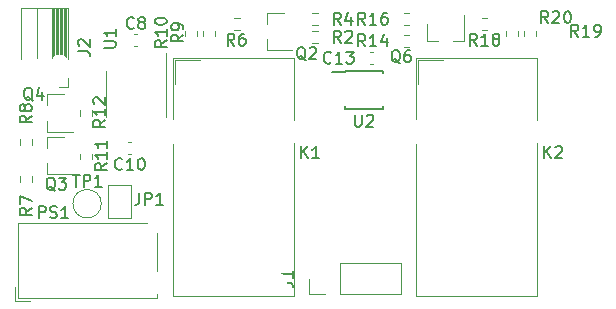
<source format=gbr>
%TF.GenerationSoftware,KiCad,Pcbnew,(5.1.10)-1*%
%TF.CreationDate,2022-01-23T11:00:25+07:00*%
%TF.ProjectId,Fan_controller_v3,46616e5f-636f-46e7-9472-6f6c6c65725f,rev?*%
%TF.SameCoordinates,Original*%
%TF.FileFunction,Legend,Top*%
%TF.FilePolarity,Positive*%
%FSLAX46Y46*%
G04 Gerber Fmt 4.6, Leading zero omitted, Abs format (unit mm)*
G04 Created by KiCad (PCBNEW (5.1.10)-1) date 2022-01-23 11:00:25*
%MOMM*%
%LPD*%
G01*
G04 APERTURE LIST*
%ADD10C,0.120000*%
%ADD11C,0.150000*%
%ADD12C,1.600000*%
%ADD13R,1.600000X1.600000*%
%ADD14C,2.000000*%
%ADD15O,2.290000X5.460000*%
%ADD16O,3.810000X2.290000*%
%ADD17O,1.000000X1.000000*%
%ADD18R,1.000000X1.000000*%
%ADD19R,0.800000X0.900000*%
%ADD20R,0.900000X0.800000*%
%ADD21R,1.700000X1.700000*%
%ADD22O,1.700000X1.700000*%
%ADD23R,1.100000X0.400000*%
%ADD24O,1.750000X2.250000*%
%ADD25R,1.750000X2.250000*%
%ADD26C,0.020000*%
G04 APERTURE END LIST*
D10*
%TO.C,K1*%
X98633000Y-99442000D02*
X98633000Y-79242000D01*
X88433000Y-99442000D02*
X98633000Y-99442000D01*
X88433000Y-79242000D02*
X88433000Y-99442000D01*
X98613000Y-79242000D02*
X88433000Y-79242000D01*
X88613000Y-79426000D02*
X90713000Y-79426000D01*
X88613000Y-79442000D02*
X88613000Y-81442000D01*
%TO.C,J2*%
X79551000Y-80950000D02*
X79551000Y-81710000D01*
X79551000Y-81710000D02*
X78791000Y-81710000D01*
X79486000Y-75070000D02*
X75556000Y-75070000D01*
X75556000Y-75070000D02*
X75556000Y-79372470D01*
X79486000Y-75070000D02*
X79486000Y-79372470D01*
X76886000Y-75070000D02*
X76886000Y-79262418D01*
X78156000Y-75070000D02*
X78156000Y-79262418D01*
X78266000Y-75070000D02*
X78266000Y-79130477D01*
X78376000Y-75070000D02*
X78376000Y-79043309D01*
X78486000Y-75070000D02*
X78486000Y-78983886D01*
X78596000Y-75070000D02*
X78596000Y-78945442D01*
X78706000Y-75070000D02*
X78706000Y-78924768D01*
X78816000Y-75070000D02*
X78816000Y-78920411D01*
X78926000Y-75070000D02*
X78926000Y-78932086D01*
X79036000Y-75070000D02*
X79036000Y-78960573D01*
X79146000Y-75070000D02*
X79146000Y-79008007D01*
X79256000Y-75070000D02*
X79256000Y-79078855D01*
X79366000Y-75070000D02*
X79366000Y-79183034D01*
%TO.C,U1*%
X82708000Y-82347000D02*
X82708000Y-84297000D01*
X82708000Y-82347000D02*
X82708000Y-80397000D01*
X87828000Y-82347000D02*
X87828000Y-84297000D01*
X87828000Y-82347000D02*
X87828000Y-78897000D01*
%TO.C,R16*%
X107954742Y-75474500D02*
X108429258Y-75474500D01*
X107954742Y-76519500D02*
X108429258Y-76519500D01*
%TO.C,R14*%
X107953742Y-77316000D02*
X108428258Y-77316000D01*
X107953742Y-78361000D02*
X108428258Y-78361000D01*
%TO.C,R4*%
X100681258Y-76519500D02*
X100206742Y-76519500D01*
X100681258Y-75474500D02*
X100206742Y-75474500D01*
%TO.C,R2*%
X100206742Y-76998500D02*
X100681258Y-76998500D01*
X100206742Y-78043500D02*
X100681258Y-78043500D01*
%TO.C,Q6*%
X109911000Y-77820500D02*
X110841000Y-77820500D01*
X113071000Y-77820500D02*
X112141000Y-77820500D01*
X113071000Y-77820500D02*
X113071000Y-75660500D01*
X109911000Y-77820500D02*
X109911000Y-76360500D01*
%TO.C,Q2*%
X96335000Y-75430500D02*
X96335000Y-76360500D01*
X96335000Y-78590500D02*
X96335000Y-77660500D01*
X96335000Y-78590500D02*
X98495000Y-78590500D01*
X96335000Y-75430500D02*
X97795000Y-75430500D01*
%TO.C,C10*%
X84606420Y-86409000D02*
X84887580Y-86409000D01*
X84606420Y-87429000D02*
X84887580Y-87429000D01*
%TO.C,C8*%
X85114420Y-77265000D02*
X85395580Y-77265000D01*
X85114420Y-78285000D02*
X85395580Y-78285000D01*
%TO.C,K2*%
X119207000Y-99442000D02*
X119207000Y-79242000D01*
X109007000Y-99442000D02*
X119207000Y-99442000D01*
X109007000Y-79242000D02*
X109007000Y-99442000D01*
X119187000Y-79242000D02*
X109007000Y-79242000D01*
X109187000Y-79426000D02*
X111287000Y-79426000D01*
X109187000Y-79442000D02*
X109187000Y-81442000D01*
%TO.C,J1*%
X107680000Y-99298000D02*
X107680000Y-96638000D01*
X102540000Y-99298000D02*
X107680000Y-99298000D01*
X102540000Y-96638000D02*
X107680000Y-96638000D01*
X102540000Y-99298000D02*
X102540000Y-96638000D01*
X101270000Y-99298000D02*
X99940000Y-99298000D01*
X99940000Y-99298000D02*
X99940000Y-97968000D01*
D11*
%TO.C,U2*%
X102947000Y-80341000D02*
X102947000Y-80466000D01*
X106197000Y-80341000D02*
X106197000Y-80566000D01*
X106197000Y-83591000D02*
X106197000Y-83366000D01*
X102947000Y-83591000D02*
X102947000Y-83366000D01*
X102947000Y-80341000D02*
X106197000Y-80341000D01*
X102947000Y-83591000D02*
X106197000Y-83591000D01*
X102947000Y-80466000D02*
X101872000Y-80466000D01*
D10*
%TO.C,TP1*%
X82340500Y-91618000D02*
G75*
G03*
X82340500Y-91618000I-1200000J0D01*
G01*
%TO.C,R12*%
X81599500Y-83696742D02*
X81599500Y-84171258D01*
X80554500Y-83696742D02*
X80554500Y-84171258D01*
%TO.C,R11*%
X81599500Y-87379742D02*
X81599500Y-87854258D01*
X80554500Y-87379742D02*
X80554500Y-87854258D01*
%TO.C,R8*%
X75474500Y-86648758D02*
X75474500Y-86174242D01*
X76519500Y-86648758D02*
X76519500Y-86174242D01*
%TO.C,R7*%
X76519500Y-89284742D02*
X76519500Y-89759258D01*
X75474500Y-89284742D02*
X75474500Y-89759258D01*
%TO.C,R20*%
X117667500Y-76966742D02*
X117667500Y-77441258D01*
X116622500Y-76966742D02*
X116622500Y-77441258D01*
%TO.C,R19*%
X119191500Y-76966742D02*
X119191500Y-77441258D01*
X118146500Y-76966742D02*
X118146500Y-77441258D01*
%TO.C,R10*%
X90489500Y-76966742D02*
X90489500Y-77441258D01*
X89444500Y-76966742D02*
X89444500Y-77441258D01*
%TO.C,R9*%
X92013500Y-76966742D02*
X92013500Y-77441258D01*
X90968500Y-76966742D02*
X90968500Y-77441258D01*
%TO.C,R18*%
X114558742Y-75855500D02*
X115033258Y-75855500D01*
X114558742Y-76900500D02*
X115033258Y-76900500D01*
%TO.C,R6*%
X94077258Y-76900500D02*
X93602742Y-76900500D01*
X94077258Y-75855500D02*
X93602742Y-75855500D01*
%TO.C,Q4*%
X77761000Y-82352000D02*
X77761000Y-83282000D01*
X77761000Y-85512000D02*
X77761000Y-84582000D01*
X77761000Y-85512000D02*
X79921000Y-85512000D01*
X77761000Y-82352000D02*
X79221000Y-82352000D01*
%TO.C,Q3*%
X77761000Y-85974000D02*
X77761000Y-86904000D01*
X77761000Y-89134000D02*
X77761000Y-88204000D01*
X77761000Y-89134000D02*
X79921000Y-89134000D01*
X77761000Y-85974000D02*
X79221000Y-85974000D01*
%TO.C,PS1*%
X75321000Y-93259000D02*
X87091000Y-93259000D01*
X75321000Y-93259000D02*
X75321000Y-99599000D01*
X75321000Y-99599000D02*
X87091000Y-99599000D01*
X87091000Y-93259000D02*
X87091000Y-99599000D01*
X75071000Y-98649000D02*
X75071000Y-99849000D01*
X75071000Y-99849000D02*
X76271000Y-99849000D01*
%TO.C,JP1*%
X84871000Y-92854000D02*
X82871000Y-92854000D01*
X84871000Y-90054000D02*
X84871000Y-92854000D01*
X82871000Y-90054000D02*
X84871000Y-90054000D01*
X82871000Y-92854000D02*
X82871000Y-90054000D01*
%TO.C,C13*%
X105360580Y-79809000D02*
X105079420Y-79809000D01*
X105360580Y-78789000D02*
X105079420Y-78789000D01*
%TO.C,K1*%
D11*
X99261904Y-87752380D02*
X99261904Y-86752380D01*
X99833333Y-87752380D02*
X99404761Y-87180952D01*
X99833333Y-86752380D02*
X99261904Y-87323809D01*
X100785714Y-87752380D02*
X100214285Y-87752380D01*
X100500000Y-87752380D02*
X100500000Y-86752380D01*
X100404761Y-86895238D01*
X100309523Y-86990476D01*
X100214285Y-87038095D01*
%TO.C,J2*%
X80378380Y-78690833D02*
X81092666Y-78690833D01*
X81235523Y-78738452D01*
X81330761Y-78833690D01*
X81378380Y-78976547D01*
X81378380Y-79071785D01*
X80473619Y-78262261D02*
X80426000Y-78214642D01*
X80378380Y-78119404D01*
X80378380Y-77881309D01*
X80426000Y-77786071D01*
X80473619Y-77738452D01*
X80568857Y-77690833D01*
X80664095Y-77690833D01*
X80806952Y-77738452D01*
X81378380Y-78309880D01*
X81378380Y-77690833D01*
%TO.C,U1*%
X82561380Y-78409904D02*
X83370904Y-78409904D01*
X83466142Y-78362285D01*
X83513761Y-78314666D01*
X83561380Y-78219428D01*
X83561380Y-78028952D01*
X83513761Y-77933714D01*
X83466142Y-77886095D01*
X83370904Y-77838476D01*
X82561380Y-77838476D01*
X83561380Y-76838476D02*
X83561380Y-77409904D01*
X83561380Y-77124190D02*
X82561380Y-77124190D01*
X82704238Y-77219428D01*
X82799476Y-77314666D01*
X82847095Y-77409904D01*
%TO.C,R16*%
X104691142Y-76449380D02*
X104357809Y-75973190D01*
X104119714Y-76449380D02*
X104119714Y-75449380D01*
X104500666Y-75449380D01*
X104595904Y-75497000D01*
X104643523Y-75544619D01*
X104691142Y-75639857D01*
X104691142Y-75782714D01*
X104643523Y-75877952D01*
X104595904Y-75925571D01*
X104500666Y-75973190D01*
X104119714Y-75973190D01*
X105643523Y-76449380D02*
X105072095Y-76449380D01*
X105357809Y-76449380D02*
X105357809Y-75449380D01*
X105262571Y-75592238D01*
X105167333Y-75687476D01*
X105072095Y-75735095D01*
X106500666Y-75449380D02*
X106310190Y-75449380D01*
X106214952Y-75497000D01*
X106167333Y-75544619D01*
X106072095Y-75687476D01*
X106024476Y-75877952D01*
X106024476Y-76258904D01*
X106072095Y-76354142D01*
X106119714Y-76401761D01*
X106214952Y-76449380D01*
X106405428Y-76449380D01*
X106500666Y-76401761D01*
X106548285Y-76354142D01*
X106595904Y-76258904D01*
X106595904Y-76020809D01*
X106548285Y-75925571D01*
X106500666Y-75877952D01*
X106405428Y-75830333D01*
X106214952Y-75830333D01*
X106119714Y-75877952D01*
X106072095Y-75925571D01*
X106024476Y-76020809D01*
%TO.C,R14*%
X104691142Y-78290880D02*
X104357809Y-77814690D01*
X104119714Y-78290880D02*
X104119714Y-77290880D01*
X104500666Y-77290880D01*
X104595904Y-77338500D01*
X104643523Y-77386119D01*
X104691142Y-77481357D01*
X104691142Y-77624214D01*
X104643523Y-77719452D01*
X104595904Y-77767071D01*
X104500666Y-77814690D01*
X104119714Y-77814690D01*
X105643523Y-78290880D02*
X105072095Y-78290880D01*
X105357809Y-78290880D02*
X105357809Y-77290880D01*
X105262571Y-77433738D01*
X105167333Y-77528976D01*
X105072095Y-77576595D01*
X106500666Y-77624214D02*
X106500666Y-78290880D01*
X106262571Y-77243261D02*
X106024476Y-77957547D01*
X106643523Y-77957547D01*
%TO.C,R4*%
X102627333Y-76449380D02*
X102294000Y-75973190D01*
X102055904Y-76449380D02*
X102055904Y-75449380D01*
X102436857Y-75449380D01*
X102532095Y-75497000D01*
X102579714Y-75544619D01*
X102627333Y-75639857D01*
X102627333Y-75782714D01*
X102579714Y-75877952D01*
X102532095Y-75925571D01*
X102436857Y-75973190D01*
X102055904Y-75973190D01*
X103484476Y-75782714D02*
X103484476Y-76449380D01*
X103246380Y-75401761D02*
X103008285Y-76116047D01*
X103627333Y-76116047D01*
%TO.C,R2*%
X102627333Y-77973380D02*
X102294000Y-77497190D01*
X102055904Y-77973380D02*
X102055904Y-76973380D01*
X102436857Y-76973380D01*
X102532095Y-77021000D01*
X102579714Y-77068619D01*
X102627333Y-77163857D01*
X102627333Y-77306714D01*
X102579714Y-77401952D01*
X102532095Y-77449571D01*
X102436857Y-77497190D01*
X102055904Y-77497190D01*
X103008285Y-77068619D02*
X103055904Y-77021000D01*
X103151142Y-76973380D01*
X103389238Y-76973380D01*
X103484476Y-77021000D01*
X103532095Y-77068619D01*
X103579714Y-77163857D01*
X103579714Y-77259095D01*
X103532095Y-77401952D01*
X102960666Y-77973380D01*
X103579714Y-77973380D01*
%TO.C,Q6*%
X107651761Y-79719619D02*
X107556523Y-79672000D01*
X107461285Y-79576761D01*
X107318428Y-79433904D01*
X107223190Y-79386285D01*
X107127952Y-79386285D01*
X107175571Y-79624380D02*
X107080333Y-79576761D01*
X106985095Y-79481523D01*
X106937476Y-79291047D01*
X106937476Y-78957714D01*
X106985095Y-78767238D01*
X107080333Y-78672000D01*
X107175571Y-78624380D01*
X107366047Y-78624380D01*
X107461285Y-78672000D01*
X107556523Y-78767238D01*
X107604142Y-78957714D01*
X107604142Y-79291047D01*
X107556523Y-79481523D01*
X107461285Y-79576761D01*
X107366047Y-79624380D01*
X107175571Y-79624380D01*
X108461285Y-78624380D02*
X108270809Y-78624380D01*
X108175571Y-78672000D01*
X108127952Y-78719619D01*
X108032714Y-78862476D01*
X107985095Y-79052952D01*
X107985095Y-79433904D01*
X108032714Y-79529142D01*
X108080333Y-79576761D01*
X108175571Y-79624380D01*
X108366047Y-79624380D01*
X108461285Y-79576761D01*
X108508904Y-79529142D01*
X108556523Y-79433904D01*
X108556523Y-79195809D01*
X108508904Y-79100571D01*
X108461285Y-79052952D01*
X108366047Y-79005333D01*
X108175571Y-79005333D01*
X108080333Y-79052952D01*
X108032714Y-79100571D01*
X107985095Y-79195809D01*
%TO.C,Q2*%
X99650761Y-79465619D02*
X99555523Y-79418000D01*
X99460285Y-79322761D01*
X99317428Y-79179904D01*
X99222190Y-79132285D01*
X99126952Y-79132285D01*
X99174571Y-79370380D02*
X99079333Y-79322761D01*
X98984095Y-79227523D01*
X98936476Y-79037047D01*
X98936476Y-78703714D01*
X98984095Y-78513238D01*
X99079333Y-78418000D01*
X99174571Y-78370380D01*
X99365047Y-78370380D01*
X99460285Y-78418000D01*
X99555523Y-78513238D01*
X99603142Y-78703714D01*
X99603142Y-79037047D01*
X99555523Y-79227523D01*
X99460285Y-79322761D01*
X99365047Y-79370380D01*
X99174571Y-79370380D01*
X99984095Y-78465619D02*
X100031714Y-78418000D01*
X100126952Y-78370380D01*
X100365047Y-78370380D01*
X100460285Y-78418000D01*
X100507904Y-78465619D01*
X100555523Y-78560857D01*
X100555523Y-78656095D01*
X100507904Y-78798952D01*
X99936476Y-79370380D01*
X100555523Y-79370380D01*
%TO.C,C10*%
X84104142Y-88673142D02*
X84056523Y-88720761D01*
X83913666Y-88768380D01*
X83818428Y-88768380D01*
X83675571Y-88720761D01*
X83580333Y-88625523D01*
X83532714Y-88530285D01*
X83485095Y-88339809D01*
X83485095Y-88196952D01*
X83532714Y-88006476D01*
X83580333Y-87911238D01*
X83675571Y-87816000D01*
X83818428Y-87768380D01*
X83913666Y-87768380D01*
X84056523Y-87816000D01*
X84104142Y-87863619D01*
X85056523Y-88768380D02*
X84485095Y-88768380D01*
X84770809Y-88768380D02*
X84770809Y-87768380D01*
X84675571Y-87911238D01*
X84580333Y-88006476D01*
X84485095Y-88054095D01*
X85675571Y-87768380D02*
X85770809Y-87768380D01*
X85866047Y-87816000D01*
X85913666Y-87863619D01*
X85961285Y-87958857D01*
X86008904Y-88149333D01*
X86008904Y-88387428D01*
X85961285Y-88577904D01*
X85913666Y-88673142D01*
X85866047Y-88720761D01*
X85770809Y-88768380D01*
X85675571Y-88768380D01*
X85580333Y-88720761D01*
X85532714Y-88673142D01*
X85485095Y-88577904D01*
X85437476Y-88387428D01*
X85437476Y-88149333D01*
X85485095Y-87958857D01*
X85532714Y-87863619D01*
X85580333Y-87816000D01*
X85675571Y-87768380D01*
%TO.C,C8*%
X85101333Y-76735142D02*
X85053714Y-76782761D01*
X84910857Y-76830380D01*
X84815619Y-76830380D01*
X84672761Y-76782761D01*
X84577523Y-76687523D01*
X84529904Y-76592285D01*
X84482285Y-76401809D01*
X84482285Y-76258952D01*
X84529904Y-76068476D01*
X84577523Y-75973238D01*
X84672761Y-75878000D01*
X84815619Y-75830380D01*
X84910857Y-75830380D01*
X85053714Y-75878000D01*
X85101333Y-75925619D01*
X85672761Y-76258952D02*
X85577523Y-76211333D01*
X85529904Y-76163714D01*
X85482285Y-76068476D01*
X85482285Y-76020857D01*
X85529904Y-75925619D01*
X85577523Y-75878000D01*
X85672761Y-75830380D01*
X85863238Y-75830380D01*
X85958476Y-75878000D01*
X86006095Y-75925619D01*
X86053714Y-76020857D01*
X86053714Y-76068476D01*
X86006095Y-76163714D01*
X85958476Y-76211333D01*
X85863238Y-76258952D01*
X85672761Y-76258952D01*
X85577523Y-76306571D01*
X85529904Y-76354190D01*
X85482285Y-76449428D01*
X85482285Y-76639904D01*
X85529904Y-76735142D01*
X85577523Y-76782761D01*
X85672761Y-76830380D01*
X85863238Y-76830380D01*
X85958476Y-76782761D01*
X86006095Y-76735142D01*
X86053714Y-76639904D01*
X86053714Y-76449428D01*
X86006095Y-76354190D01*
X85958476Y-76306571D01*
X85863238Y-76258952D01*
%TO.C,K2*%
X119835904Y-87752380D02*
X119835904Y-86752380D01*
X120407333Y-87752380D02*
X119978761Y-87180952D01*
X120407333Y-86752380D02*
X119835904Y-87323809D01*
X120788285Y-86847619D02*
X120835904Y-86800000D01*
X120931142Y-86752380D01*
X121169238Y-86752380D01*
X121264476Y-86800000D01*
X121312095Y-86847619D01*
X121359714Y-86942857D01*
X121359714Y-87038095D01*
X121312095Y-87180952D01*
X120740666Y-87752380D01*
X121359714Y-87752380D01*
%TO.C,J1*%
X97547380Y-98301333D02*
X98261666Y-98301333D01*
X98404523Y-98348952D01*
X98499761Y-98444190D01*
X98547380Y-98587047D01*
X98547380Y-98682285D01*
X98547380Y-97301333D02*
X98547380Y-97872761D01*
X98547380Y-97587047D02*
X97547380Y-97587047D01*
X97690238Y-97682285D01*
X97785476Y-97777523D01*
X97833095Y-97872761D01*
%TO.C,U2*%
X103810095Y-84085380D02*
X103810095Y-84894904D01*
X103857714Y-84990142D01*
X103905333Y-85037761D01*
X104000571Y-85085380D01*
X104191047Y-85085380D01*
X104286285Y-85037761D01*
X104333904Y-84990142D01*
X104381523Y-84894904D01*
X104381523Y-84085380D01*
X104810095Y-84180619D02*
X104857714Y-84133000D01*
X104952952Y-84085380D01*
X105191047Y-84085380D01*
X105286285Y-84133000D01*
X105333904Y-84180619D01*
X105381523Y-84275857D01*
X105381523Y-84371095D01*
X105333904Y-84513952D01*
X104762476Y-85085380D01*
X105381523Y-85085380D01*
%TO.C,TP1*%
X79942095Y-89165380D02*
X80513523Y-89165380D01*
X80227809Y-90165380D02*
X80227809Y-89165380D01*
X80846857Y-90165380D02*
X80846857Y-89165380D01*
X81227809Y-89165380D01*
X81323047Y-89213000D01*
X81370666Y-89260619D01*
X81418285Y-89355857D01*
X81418285Y-89498714D01*
X81370666Y-89593952D01*
X81323047Y-89641571D01*
X81227809Y-89689190D01*
X80846857Y-89689190D01*
X82370666Y-90165380D02*
X81799238Y-90165380D01*
X82084952Y-90165380D02*
X82084952Y-89165380D01*
X81989714Y-89308238D01*
X81894476Y-89403476D01*
X81799238Y-89451095D01*
%TO.C,R12*%
X82672380Y-84513857D02*
X82196190Y-84847190D01*
X82672380Y-85085285D02*
X81672380Y-85085285D01*
X81672380Y-84704333D01*
X81720000Y-84609095D01*
X81767619Y-84561476D01*
X81862857Y-84513857D01*
X82005714Y-84513857D01*
X82100952Y-84561476D01*
X82148571Y-84609095D01*
X82196190Y-84704333D01*
X82196190Y-85085285D01*
X82672380Y-83561476D02*
X82672380Y-84132904D01*
X82672380Y-83847190D02*
X81672380Y-83847190D01*
X81815238Y-83942428D01*
X81910476Y-84037666D01*
X81958095Y-84132904D01*
X81767619Y-83180523D02*
X81720000Y-83132904D01*
X81672380Y-83037666D01*
X81672380Y-82799571D01*
X81720000Y-82704333D01*
X81767619Y-82656714D01*
X81862857Y-82609095D01*
X81958095Y-82609095D01*
X82100952Y-82656714D01*
X82672380Y-83228142D01*
X82672380Y-82609095D01*
%TO.C,R11*%
X82799380Y-88196857D02*
X82323190Y-88530190D01*
X82799380Y-88768285D02*
X81799380Y-88768285D01*
X81799380Y-88387333D01*
X81847000Y-88292095D01*
X81894619Y-88244476D01*
X81989857Y-88196857D01*
X82132714Y-88196857D01*
X82227952Y-88244476D01*
X82275571Y-88292095D01*
X82323190Y-88387333D01*
X82323190Y-88768285D01*
X82799380Y-87244476D02*
X82799380Y-87815904D01*
X82799380Y-87530190D02*
X81799380Y-87530190D01*
X81942238Y-87625428D01*
X82037476Y-87720666D01*
X82085095Y-87815904D01*
X82799380Y-86292095D02*
X82799380Y-86863523D01*
X82799380Y-86577809D02*
X81799380Y-86577809D01*
X81942238Y-86673047D01*
X82037476Y-86768285D01*
X82085095Y-86863523D01*
%TO.C,R8*%
X76449380Y-84165166D02*
X75973190Y-84498500D01*
X76449380Y-84736595D02*
X75449380Y-84736595D01*
X75449380Y-84355642D01*
X75497000Y-84260404D01*
X75544619Y-84212785D01*
X75639857Y-84165166D01*
X75782714Y-84165166D01*
X75877952Y-84212785D01*
X75925571Y-84260404D01*
X75973190Y-84355642D01*
X75973190Y-84736595D01*
X75877952Y-83593738D02*
X75830333Y-83688976D01*
X75782714Y-83736595D01*
X75687476Y-83784214D01*
X75639857Y-83784214D01*
X75544619Y-83736595D01*
X75497000Y-83688976D01*
X75449380Y-83593738D01*
X75449380Y-83403261D01*
X75497000Y-83308023D01*
X75544619Y-83260404D01*
X75639857Y-83212785D01*
X75687476Y-83212785D01*
X75782714Y-83260404D01*
X75830333Y-83308023D01*
X75877952Y-83403261D01*
X75877952Y-83593738D01*
X75925571Y-83688976D01*
X75973190Y-83736595D01*
X76068428Y-83784214D01*
X76258904Y-83784214D01*
X76354142Y-83736595D01*
X76401761Y-83688976D01*
X76449380Y-83593738D01*
X76449380Y-83403261D01*
X76401761Y-83308023D01*
X76354142Y-83260404D01*
X76258904Y-83212785D01*
X76068428Y-83212785D01*
X75973190Y-83260404D01*
X75925571Y-83308023D01*
X75877952Y-83403261D01*
%TO.C,R7*%
X76449380Y-91974666D02*
X75973190Y-92308000D01*
X76449380Y-92546095D02*
X75449380Y-92546095D01*
X75449380Y-92165142D01*
X75497000Y-92069904D01*
X75544619Y-92022285D01*
X75639857Y-91974666D01*
X75782714Y-91974666D01*
X75877952Y-92022285D01*
X75925571Y-92069904D01*
X75973190Y-92165142D01*
X75973190Y-92546095D01*
X75449380Y-91641333D02*
X75449380Y-90974666D01*
X76449380Y-91403238D01*
%TO.C,R20*%
X120185142Y-76322380D02*
X119851809Y-75846190D01*
X119613714Y-76322380D02*
X119613714Y-75322380D01*
X119994666Y-75322380D01*
X120089904Y-75370000D01*
X120137523Y-75417619D01*
X120185142Y-75512857D01*
X120185142Y-75655714D01*
X120137523Y-75750952D01*
X120089904Y-75798571D01*
X119994666Y-75846190D01*
X119613714Y-75846190D01*
X120566095Y-75417619D02*
X120613714Y-75370000D01*
X120708952Y-75322380D01*
X120947047Y-75322380D01*
X121042285Y-75370000D01*
X121089904Y-75417619D01*
X121137523Y-75512857D01*
X121137523Y-75608095D01*
X121089904Y-75750952D01*
X120518476Y-76322380D01*
X121137523Y-76322380D01*
X121756571Y-75322380D02*
X121851809Y-75322380D01*
X121947047Y-75370000D01*
X121994666Y-75417619D01*
X122042285Y-75512857D01*
X122089904Y-75703333D01*
X122089904Y-75941428D01*
X122042285Y-76131904D01*
X121994666Y-76227142D01*
X121947047Y-76274761D01*
X121851809Y-76322380D01*
X121756571Y-76322380D01*
X121661333Y-76274761D01*
X121613714Y-76227142D01*
X121566095Y-76131904D01*
X121518476Y-75941428D01*
X121518476Y-75703333D01*
X121566095Y-75512857D01*
X121613714Y-75417619D01*
X121661333Y-75370000D01*
X121756571Y-75322380D01*
%TO.C,R19*%
X122725142Y-77465380D02*
X122391809Y-76989190D01*
X122153714Y-77465380D02*
X122153714Y-76465380D01*
X122534666Y-76465380D01*
X122629904Y-76513000D01*
X122677523Y-76560619D01*
X122725142Y-76655857D01*
X122725142Y-76798714D01*
X122677523Y-76893952D01*
X122629904Y-76941571D01*
X122534666Y-76989190D01*
X122153714Y-76989190D01*
X123677523Y-77465380D02*
X123106095Y-77465380D01*
X123391809Y-77465380D02*
X123391809Y-76465380D01*
X123296571Y-76608238D01*
X123201333Y-76703476D01*
X123106095Y-76751095D01*
X124153714Y-77465380D02*
X124344190Y-77465380D01*
X124439428Y-77417761D01*
X124487047Y-77370142D01*
X124582285Y-77227285D01*
X124629904Y-77036809D01*
X124629904Y-76655857D01*
X124582285Y-76560619D01*
X124534666Y-76513000D01*
X124439428Y-76465380D01*
X124248952Y-76465380D01*
X124153714Y-76513000D01*
X124106095Y-76560619D01*
X124058476Y-76655857D01*
X124058476Y-76893952D01*
X124106095Y-76989190D01*
X124153714Y-77036809D01*
X124248952Y-77084428D01*
X124439428Y-77084428D01*
X124534666Y-77036809D01*
X124582285Y-76989190D01*
X124629904Y-76893952D01*
%TO.C,R10*%
X87879380Y-77782857D02*
X87403190Y-78116190D01*
X87879380Y-78354285D02*
X86879380Y-78354285D01*
X86879380Y-77973333D01*
X86927000Y-77878095D01*
X86974619Y-77830476D01*
X87069857Y-77782857D01*
X87212714Y-77782857D01*
X87307952Y-77830476D01*
X87355571Y-77878095D01*
X87403190Y-77973333D01*
X87403190Y-78354285D01*
X87879380Y-76830476D02*
X87879380Y-77401904D01*
X87879380Y-77116190D02*
X86879380Y-77116190D01*
X87022238Y-77211428D01*
X87117476Y-77306666D01*
X87165095Y-77401904D01*
X86879380Y-76211428D02*
X86879380Y-76116190D01*
X86927000Y-76020952D01*
X86974619Y-75973333D01*
X87069857Y-75925714D01*
X87260333Y-75878095D01*
X87498428Y-75878095D01*
X87688904Y-75925714D01*
X87784142Y-75973333D01*
X87831761Y-76020952D01*
X87879380Y-76116190D01*
X87879380Y-76211428D01*
X87831761Y-76306666D01*
X87784142Y-76354285D01*
X87688904Y-76401904D01*
X87498428Y-76449523D01*
X87260333Y-76449523D01*
X87069857Y-76401904D01*
X86974619Y-76354285D01*
X86927000Y-76306666D01*
X86879380Y-76211428D01*
%TO.C,R9*%
X89276380Y-77306666D02*
X88800190Y-77640000D01*
X89276380Y-77878095D02*
X88276380Y-77878095D01*
X88276380Y-77497142D01*
X88324000Y-77401904D01*
X88371619Y-77354285D01*
X88466857Y-77306666D01*
X88609714Y-77306666D01*
X88704952Y-77354285D01*
X88752571Y-77401904D01*
X88800190Y-77497142D01*
X88800190Y-77878095D01*
X89276380Y-76830476D02*
X89276380Y-76640000D01*
X89228761Y-76544761D01*
X89181142Y-76497142D01*
X89038285Y-76401904D01*
X88847809Y-76354285D01*
X88466857Y-76354285D01*
X88371619Y-76401904D01*
X88324000Y-76449523D01*
X88276380Y-76544761D01*
X88276380Y-76735238D01*
X88324000Y-76830476D01*
X88371619Y-76878095D01*
X88466857Y-76925714D01*
X88704952Y-76925714D01*
X88800190Y-76878095D01*
X88847809Y-76830476D01*
X88895428Y-76735238D01*
X88895428Y-76544761D01*
X88847809Y-76449523D01*
X88800190Y-76401904D01*
X88704952Y-76354285D01*
%TO.C,R18*%
X114152642Y-78227380D02*
X113819309Y-77751190D01*
X113581214Y-78227380D02*
X113581214Y-77227380D01*
X113962166Y-77227380D01*
X114057404Y-77275000D01*
X114105023Y-77322619D01*
X114152642Y-77417857D01*
X114152642Y-77560714D01*
X114105023Y-77655952D01*
X114057404Y-77703571D01*
X113962166Y-77751190D01*
X113581214Y-77751190D01*
X115105023Y-78227380D02*
X114533595Y-78227380D01*
X114819309Y-78227380D02*
X114819309Y-77227380D01*
X114724071Y-77370238D01*
X114628833Y-77465476D01*
X114533595Y-77513095D01*
X115676452Y-77655952D02*
X115581214Y-77608333D01*
X115533595Y-77560714D01*
X115485976Y-77465476D01*
X115485976Y-77417857D01*
X115533595Y-77322619D01*
X115581214Y-77275000D01*
X115676452Y-77227380D01*
X115866928Y-77227380D01*
X115962166Y-77275000D01*
X116009785Y-77322619D01*
X116057404Y-77417857D01*
X116057404Y-77465476D01*
X116009785Y-77560714D01*
X115962166Y-77608333D01*
X115866928Y-77655952D01*
X115676452Y-77655952D01*
X115581214Y-77703571D01*
X115533595Y-77751190D01*
X115485976Y-77846428D01*
X115485976Y-78036904D01*
X115533595Y-78132142D01*
X115581214Y-78179761D01*
X115676452Y-78227380D01*
X115866928Y-78227380D01*
X115962166Y-78179761D01*
X116009785Y-78132142D01*
X116057404Y-78036904D01*
X116057404Y-77846428D01*
X116009785Y-77751190D01*
X115962166Y-77703571D01*
X115866928Y-77655952D01*
%TO.C,R6*%
X93610333Y-78227380D02*
X93277000Y-77751190D01*
X93038904Y-78227380D02*
X93038904Y-77227380D01*
X93419857Y-77227380D01*
X93515095Y-77275000D01*
X93562714Y-77322619D01*
X93610333Y-77417857D01*
X93610333Y-77560714D01*
X93562714Y-77655952D01*
X93515095Y-77703571D01*
X93419857Y-77751190D01*
X93038904Y-77751190D01*
X94467476Y-77227380D02*
X94277000Y-77227380D01*
X94181761Y-77275000D01*
X94134142Y-77322619D01*
X94038904Y-77465476D01*
X93991285Y-77655952D01*
X93991285Y-78036904D01*
X94038904Y-78132142D01*
X94086523Y-78179761D01*
X94181761Y-78227380D01*
X94372238Y-78227380D01*
X94467476Y-78179761D01*
X94515095Y-78132142D01*
X94562714Y-78036904D01*
X94562714Y-77798809D01*
X94515095Y-77703571D01*
X94467476Y-77655952D01*
X94372238Y-77608333D01*
X94181761Y-77608333D01*
X94086523Y-77655952D01*
X94038904Y-77703571D01*
X93991285Y-77798809D01*
%TO.C,Q4*%
X76536761Y-82894619D02*
X76441523Y-82847000D01*
X76346285Y-82751761D01*
X76203428Y-82608904D01*
X76108190Y-82561285D01*
X76012952Y-82561285D01*
X76060571Y-82799380D02*
X75965333Y-82751761D01*
X75870095Y-82656523D01*
X75822476Y-82466047D01*
X75822476Y-82132714D01*
X75870095Y-81942238D01*
X75965333Y-81847000D01*
X76060571Y-81799380D01*
X76251047Y-81799380D01*
X76346285Y-81847000D01*
X76441523Y-81942238D01*
X76489142Y-82132714D01*
X76489142Y-82466047D01*
X76441523Y-82656523D01*
X76346285Y-82751761D01*
X76251047Y-82799380D01*
X76060571Y-82799380D01*
X77346285Y-82132714D02*
X77346285Y-82799380D01*
X77108190Y-81751761D02*
X76870095Y-82466047D01*
X77489142Y-82466047D01*
%TO.C,Q3*%
X78441761Y-90514619D02*
X78346523Y-90467000D01*
X78251285Y-90371761D01*
X78108428Y-90228904D01*
X78013190Y-90181285D01*
X77917952Y-90181285D01*
X77965571Y-90419380D02*
X77870333Y-90371761D01*
X77775095Y-90276523D01*
X77727476Y-90086047D01*
X77727476Y-89752714D01*
X77775095Y-89562238D01*
X77870333Y-89467000D01*
X77965571Y-89419380D01*
X78156047Y-89419380D01*
X78251285Y-89467000D01*
X78346523Y-89562238D01*
X78394142Y-89752714D01*
X78394142Y-90086047D01*
X78346523Y-90276523D01*
X78251285Y-90371761D01*
X78156047Y-90419380D01*
X77965571Y-90419380D01*
X78727476Y-89419380D02*
X79346523Y-89419380D01*
X79013190Y-89800333D01*
X79156047Y-89800333D01*
X79251285Y-89847952D01*
X79298904Y-89895571D01*
X79346523Y-89990809D01*
X79346523Y-90228904D01*
X79298904Y-90324142D01*
X79251285Y-90371761D01*
X79156047Y-90419380D01*
X78870333Y-90419380D01*
X78775095Y-90371761D01*
X78727476Y-90324142D01*
%TO.C,PS1*%
X77068714Y-92832380D02*
X77068714Y-91832380D01*
X77449666Y-91832380D01*
X77544904Y-91880000D01*
X77592523Y-91927619D01*
X77640142Y-92022857D01*
X77640142Y-92165714D01*
X77592523Y-92260952D01*
X77544904Y-92308571D01*
X77449666Y-92356190D01*
X77068714Y-92356190D01*
X78021095Y-92784761D02*
X78163952Y-92832380D01*
X78402047Y-92832380D01*
X78497285Y-92784761D01*
X78544904Y-92737142D01*
X78592523Y-92641904D01*
X78592523Y-92546666D01*
X78544904Y-92451428D01*
X78497285Y-92403809D01*
X78402047Y-92356190D01*
X78211571Y-92308571D01*
X78116333Y-92260952D01*
X78068714Y-92213333D01*
X78021095Y-92118095D01*
X78021095Y-92022857D01*
X78068714Y-91927619D01*
X78116333Y-91880000D01*
X78211571Y-91832380D01*
X78449666Y-91832380D01*
X78592523Y-91880000D01*
X79544904Y-92832380D02*
X78973476Y-92832380D01*
X79259190Y-92832380D02*
X79259190Y-91832380D01*
X79163952Y-91975238D01*
X79068714Y-92070476D01*
X78973476Y-92118095D01*
%TO.C,JP1*%
X85577666Y-90689380D02*
X85577666Y-91403666D01*
X85530047Y-91546523D01*
X85434809Y-91641761D01*
X85291952Y-91689380D01*
X85196714Y-91689380D01*
X86053857Y-91689380D02*
X86053857Y-90689380D01*
X86434809Y-90689380D01*
X86530047Y-90737000D01*
X86577666Y-90784619D01*
X86625285Y-90879857D01*
X86625285Y-91022714D01*
X86577666Y-91117952D01*
X86530047Y-91165571D01*
X86434809Y-91213190D01*
X86053857Y-91213190D01*
X87577666Y-91689380D02*
X87006238Y-91689380D01*
X87291952Y-91689380D02*
X87291952Y-90689380D01*
X87196714Y-90832238D01*
X87101476Y-90927476D01*
X87006238Y-90975095D01*
%TO.C,C13*%
X101796142Y-79656142D02*
X101748523Y-79703761D01*
X101605666Y-79751380D01*
X101510428Y-79751380D01*
X101367571Y-79703761D01*
X101272333Y-79608523D01*
X101224714Y-79513285D01*
X101177095Y-79322809D01*
X101177095Y-79179952D01*
X101224714Y-78989476D01*
X101272333Y-78894238D01*
X101367571Y-78799000D01*
X101510428Y-78751380D01*
X101605666Y-78751380D01*
X101748523Y-78799000D01*
X101796142Y-78846619D01*
X102748523Y-79751380D02*
X102177095Y-79751380D01*
X102462809Y-79751380D02*
X102462809Y-78751380D01*
X102367571Y-78894238D01*
X102272333Y-78989476D01*
X102177095Y-79037095D01*
X103081857Y-78751380D02*
X103700904Y-78751380D01*
X103367571Y-79132333D01*
X103510428Y-79132333D01*
X103605666Y-79179952D01*
X103653285Y-79227571D01*
X103700904Y-79322809D01*
X103700904Y-79560904D01*
X103653285Y-79656142D01*
X103605666Y-79703761D01*
X103510428Y-79751380D01*
X103224714Y-79751380D01*
X103129476Y-79703761D01*
X103081857Y-79656142D01*
%TD*%
%LPC*%
D12*
%TO.C,K1*%
X97333000Y-80442000D03*
X97333000Y-82982000D03*
X97333000Y-88062000D03*
X97333000Y-93142000D03*
X97333000Y-98222000D03*
X89713000Y-98222000D03*
X89713000Y-93142000D03*
X89713000Y-88062000D03*
X89713000Y-82982000D03*
D13*
X89713000Y-80442000D03*
%TD*%
D14*
%TO.C,C7*%
X123241000Y-96545000D03*
X123241000Y-79045000D03*
%TD*%
D15*
%TO.C,H8*%
X120701000Y-79362500D03*
%TD*%
D16*
%TO.C,H7*%
X117907000Y-85522000D03*
%TD*%
%TO.C,H6*%
X110287000Y-85522000D03*
%TD*%
%TO.C,H5*%
X97333000Y-85522000D03*
%TD*%
%TO.C,H4*%
X89776500Y-85522000D03*
%TD*%
D14*
%TO.C,H3*%
X87427000Y-98349000D03*
%TD*%
%TO.C,H2*%
X87300000Y-93142000D03*
%TD*%
%TO.C,H1*%
X87300000Y-87935000D03*
%TD*%
D17*
%TO.C,J2*%
X76251000Y-79680000D03*
X76251000Y-80950000D03*
X77521000Y-79680000D03*
X77521000Y-80950000D03*
X78791000Y-79680000D03*
D18*
X78791000Y-80950000D03*
%TD*%
D14*
%TO.C,C5*%
X115113000Y-95682000D03*
X92613000Y-95682000D03*
%TD*%
%TO.C,U1*%
G36*
G01*
X87023000Y-83847000D02*
X87323000Y-83847000D01*
G75*
G02*
X87473000Y-83997000I0J-150000D01*
G01*
X87473000Y-85647000D01*
G75*
G02*
X87323000Y-85797000I-150000J0D01*
G01*
X87023000Y-85797000D01*
G75*
G02*
X86873000Y-85647000I0J150000D01*
G01*
X86873000Y-83997000D01*
G75*
G02*
X87023000Y-83847000I150000J0D01*
G01*
G37*
G36*
G01*
X85753000Y-83847000D02*
X86053000Y-83847000D01*
G75*
G02*
X86203000Y-83997000I0J-150000D01*
G01*
X86203000Y-85647000D01*
G75*
G02*
X86053000Y-85797000I-150000J0D01*
G01*
X85753000Y-85797000D01*
G75*
G02*
X85603000Y-85647000I0J150000D01*
G01*
X85603000Y-83997000D01*
G75*
G02*
X85753000Y-83847000I150000J0D01*
G01*
G37*
G36*
G01*
X84483000Y-83847000D02*
X84783000Y-83847000D01*
G75*
G02*
X84933000Y-83997000I0J-150000D01*
G01*
X84933000Y-85647000D01*
G75*
G02*
X84783000Y-85797000I-150000J0D01*
G01*
X84483000Y-85797000D01*
G75*
G02*
X84333000Y-85647000I0J150000D01*
G01*
X84333000Y-83997000D01*
G75*
G02*
X84483000Y-83847000I150000J0D01*
G01*
G37*
G36*
G01*
X83213000Y-83847000D02*
X83513000Y-83847000D01*
G75*
G02*
X83663000Y-83997000I0J-150000D01*
G01*
X83663000Y-85647000D01*
G75*
G02*
X83513000Y-85797000I-150000J0D01*
G01*
X83213000Y-85797000D01*
G75*
G02*
X83063000Y-85647000I0J150000D01*
G01*
X83063000Y-83997000D01*
G75*
G02*
X83213000Y-83847000I150000J0D01*
G01*
G37*
G36*
G01*
X83213000Y-78897000D02*
X83513000Y-78897000D01*
G75*
G02*
X83663000Y-79047000I0J-150000D01*
G01*
X83663000Y-80697000D01*
G75*
G02*
X83513000Y-80847000I-150000J0D01*
G01*
X83213000Y-80847000D01*
G75*
G02*
X83063000Y-80697000I0J150000D01*
G01*
X83063000Y-79047000D01*
G75*
G02*
X83213000Y-78897000I150000J0D01*
G01*
G37*
G36*
G01*
X84483000Y-78897000D02*
X84783000Y-78897000D01*
G75*
G02*
X84933000Y-79047000I0J-150000D01*
G01*
X84933000Y-80697000D01*
G75*
G02*
X84783000Y-80847000I-150000J0D01*
G01*
X84483000Y-80847000D01*
G75*
G02*
X84333000Y-80697000I0J150000D01*
G01*
X84333000Y-79047000D01*
G75*
G02*
X84483000Y-78897000I150000J0D01*
G01*
G37*
G36*
G01*
X85753000Y-78897000D02*
X86053000Y-78897000D01*
G75*
G02*
X86203000Y-79047000I0J-150000D01*
G01*
X86203000Y-80697000D01*
G75*
G02*
X86053000Y-80847000I-150000J0D01*
G01*
X85753000Y-80847000D01*
G75*
G02*
X85603000Y-80697000I0J150000D01*
G01*
X85603000Y-79047000D01*
G75*
G02*
X85753000Y-78897000I150000J0D01*
G01*
G37*
G36*
G01*
X87023000Y-78897000D02*
X87323000Y-78897000D01*
G75*
G02*
X87473000Y-79047000I0J-150000D01*
G01*
X87473000Y-80697000D01*
G75*
G02*
X87323000Y-80847000I-150000J0D01*
G01*
X87023000Y-80847000D01*
G75*
G02*
X86873000Y-80697000I0J150000D01*
G01*
X86873000Y-79047000D01*
G75*
G02*
X87023000Y-78897000I150000J0D01*
G01*
G37*
%TD*%
%TO.C,R16*%
G36*
G01*
X108617000Y-76272000D02*
X108617000Y-75722000D01*
G75*
G02*
X108817000Y-75522000I200000J0D01*
G01*
X109217000Y-75522000D01*
G75*
G02*
X109417000Y-75722000I0J-200000D01*
G01*
X109417000Y-76272000D01*
G75*
G02*
X109217000Y-76472000I-200000J0D01*
G01*
X108817000Y-76472000D01*
G75*
G02*
X108617000Y-76272000I0J200000D01*
G01*
G37*
G36*
G01*
X106967000Y-76272000D02*
X106967000Y-75722000D01*
G75*
G02*
X107167000Y-75522000I200000J0D01*
G01*
X107567000Y-75522000D01*
G75*
G02*
X107767000Y-75722000I0J-200000D01*
G01*
X107767000Y-76272000D01*
G75*
G02*
X107567000Y-76472000I-200000J0D01*
G01*
X107167000Y-76472000D01*
G75*
G02*
X106967000Y-76272000I0J200000D01*
G01*
G37*
%TD*%
%TO.C,R14*%
G36*
G01*
X108616000Y-78113500D02*
X108616000Y-77563500D01*
G75*
G02*
X108816000Y-77363500I200000J0D01*
G01*
X109216000Y-77363500D01*
G75*
G02*
X109416000Y-77563500I0J-200000D01*
G01*
X109416000Y-78113500D01*
G75*
G02*
X109216000Y-78313500I-200000J0D01*
G01*
X108816000Y-78313500D01*
G75*
G02*
X108616000Y-78113500I0J200000D01*
G01*
G37*
G36*
G01*
X106966000Y-78113500D02*
X106966000Y-77563500D01*
G75*
G02*
X107166000Y-77363500I200000J0D01*
G01*
X107566000Y-77363500D01*
G75*
G02*
X107766000Y-77563500I0J-200000D01*
G01*
X107766000Y-78113500D01*
G75*
G02*
X107566000Y-78313500I-200000J0D01*
G01*
X107166000Y-78313500D01*
G75*
G02*
X106966000Y-78113500I0J200000D01*
G01*
G37*
%TD*%
%TO.C,R4*%
G36*
G01*
X100019000Y-75722000D02*
X100019000Y-76272000D01*
G75*
G02*
X99819000Y-76472000I-200000J0D01*
G01*
X99419000Y-76472000D01*
G75*
G02*
X99219000Y-76272000I0J200000D01*
G01*
X99219000Y-75722000D01*
G75*
G02*
X99419000Y-75522000I200000J0D01*
G01*
X99819000Y-75522000D01*
G75*
G02*
X100019000Y-75722000I0J-200000D01*
G01*
G37*
G36*
G01*
X101669000Y-75722000D02*
X101669000Y-76272000D01*
G75*
G02*
X101469000Y-76472000I-200000J0D01*
G01*
X101069000Y-76472000D01*
G75*
G02*
X100869000Y-76272000I0J200000D01*
G01*
X100869000Y-75722000D01*
G75*
G02*
X101069000Y-75522000I200000J0D01*
G01*
X101469000Y-75522000D01*
G75*
G02*
X101669000Y-75722000I0J-200000D01*
G01*
G37*
%TD*%
%TO.C,R2*%
G36*
G01*
X100869000Y-77796000D02*
X100869000Y-77246000D01*
G75*
G02*
X101069000Y-77046000I200000J0D01*
G01*
X101469000Y-77046000D01*
G75*
G02*
X101669000Y-77246000I0J-200000D01*
G01*
X101669000Y-77796000D01*
G75*
G02*
X101469000Y-77996000I-200000J0D01*
G01*
X101069000Y-77996000D01*
G75*
G02*
X100869000Y-77796000I0J200000D01*
G01*
G37*
G36*
G01*
X99219000Y-77796000D02*
X99219000Y-77246000D01*
G75*
G02*
X99419000Y-77046000I200000J0D01*
G01*
X99819000Y-77046000D01*
G75*
G02*
X100019000Y-77246000I0J-200000D01*
G01*
X100019000Y-77796000D01*
G75*
G02*
X99819000Y-77996000I-200000J0D01*
G01*
X99419000Y-77996000D01*
G75*
G02*
X99219000Y-77796000I0J200000D01*
G01*
G37*
%TD*%
D19*
%TO.C,Q6*%
X111491000Y-78060500D03*
X110541000Y-76060500D03*
X112441000Y-76060500D03*
%TD*%
D20*
%TO.C,Q2*%
X96095000Y-77010500D03*
X98095000Y-76060500D03*
X98095000Y-77960500D03*
%TD*%
%TO.C,C10*%
G36*
G01*
X85072000Y-87169000D02*
X85072000Y-86669000D01*
G75*
G02*
X85297000Y-86444000I225000J0D01*
G01*
X85747000Y-86444000D01*
G75*
G02*
X85972000Y-86669000I0J-225000D01*
G01*
X85972000Y-87169000D01*
G75*
G02*
X85747000Y-87394000I-225000J0D01*
G01*
X85297000Y-87394000D01*
G75*
G02*
X85072000Y-87169000I0J225000D01*
G01*
G37*
G36*
G01*
X83522000Y-87169000D02*
X83522000Y-86669000D01*
G75*
G02*
X83747000Y-86444000I225000J0D01*
G01*
X84197000Y-86444000D01*
G75*
G02*
X84422000Y-86669000I0J-225000D01*
G01*
X84422000Y-87169000D01*
G75*
G02*
X84197000Y-87394000I-225000J0D01*
G01*
X83747000Y-87394000D01*
G75*
G02*
X83522000Y-87169000I0J225000D01*
G01*
G37*
%TD*%
%TO.C,C8*%
G36*
G01*
X85580000Y-78025000D02*
X85580000Y-77525000D01*
G75*
G02*
X85805000Y-77300000I225000J0D01*
G01*
X86255000Y-77300000D01*
G75*
G02*
X86480000Y-77525000I0J-225000D01*
G01*
X86480000Y-78025000D01*
G75*
G02*
X86255000Y-78250000I-225000J0D01*
G01*
X85805000Y-78250000D01*
G75*
G02*
X85580000Y-78025000I0J225000D01*
G01*
G37*
G36*
G01*
X84030000Y-78025000D02*
X84030000Y-77525000D01*
G75*
G02*
X84255000Y-77300000I225000J0D01*
G01*
X84705000Y-77300000D01*
G75*
G02*
X84930000Y-77525000I0J-225000D01*
G01*
X84930000Y-78025000D01*
G75*
G02*
X84705000Y-78250000I-225000J0D01*
G01*
X84255000Y-78250000D01*
G75*
G02*
X84030000Y-78025000I0J225000D01*
G01*
G37*
%TD*%
D13*
%TO.C,K2*%
X110287000Y-80442000D03*
D12*
X110287000Y-82982000D03*
X110287000Y-88062000D03*
X110287000Y-93142000D03*
X110287000Y-98222000D03*
X117907000Y-98222000D03*
X117907000Y-93142000D03*
X117907000Y-88062000D03*
X117907000Y-82982000D03*
X117907000Y-80442000D03*
%TD*%
D21*
%TO.C,J1*%
X101270000Y-97968000D03*
D22*
X103810000Y-97968000D03*
X106350000Y-97968000D03*
%TD*%
D23*
%TO.C,U2*%
X106722000Y-80991000D03*
X106722000Y-81641000D03*
X106722000Y-82291000D03*
X106722000Y-82941000D03*
X102422000Y-82941000D03*
X102422000Y-82291000D03*
X102422000Y-81641000D03*
X102422000Y-80991000D03*
%TD*%
D14*
%TO.C,TP1*%
X81140500Y-91618000D03*
%TD*%
%TO.C,R12*%
G36*
G01*
X80802000Y-84359000D02*
X81352000Y-84359000D01*
G75*
G02*
X81552000Y-84559000I0J-200000D01*
G01*
X81552000Y-84959000D01*
G75*
G02*
X81352000Y-85159000I-200000J0D01*
G01*
X80802000Y-85159000D01*
G75*
G02*
X80602000Y-84959000I0J200000D01*
G01*
X80602000Y-84559000D01*
G75*
G02*
X80802000Y-84359000I200000J0D01*
G01*
G37*
G36*
G01*
X80802000Y-82709000D02*
X81352000Y-82709000D01*
G75*
G02*
X81552000Y-82909000I0J-200000D01*
G01*
X81552000Y-83309000D01*
G75*
G02*
X81352000Y-83509000I-200000J0D01*
G01*
X80802000Y-83509000D01*
G75*
G02*
X80602000Y-83309000I0J200000D01*
G01*
X80602000Y-82909000D01*
G75*
G02*
X80802000Y-82709000I200000J0D01*
G01*
G37*
%TD*%
%TO.C,R11*%
G36*
G01*
X80802000Y-88042000D02*
X81352000Y-88042000D01*
G75*
G02*
X81552000Y-88242000I0J-200000D01*
G01*
X81552000Y-88642000D01*
G75*
G02*
X81352000Y-88842000I-200000J0D01*
G01*
X80802000Y-88842000D01*
G75*
G02*
X80602000Y-88642000I0J200000D01*
G01*
X80602000Y-88242000D01*
G75*
G02*
X80802000Y-88042000I200000J0D01*
G01*
G37*
G36*
G01*
X80802000Y-86392000D02*
X81352000Y-86392000D01*
G75*
G02*
X81552000Y-86592000I0J-200000D01*
G01*
X81552000Y-86992000D01*
G75*
G02*
X81352000Y-87192000I-200000J0D01*
G01*
X80802000Y-87192000D01*
G75*
G02*
X80602000Y-86992000I0J200000D01*
G01*
X80602000Y-86592000D01*
G75*
G02*
X80802000Y-86392000I200000J0D01*
G01*
G37*
%TD*%
%TO.C,R8*%
G36*
G01*
X76272000Y-85986500D02*
X75722000Y-85986500D01*
G75*
G02*
X75522000Y-85786500I0J200000D01*
G01*
X75522000Y-85386500D01*
G75*
G02*
X75722000Y-85186500I200000J0D01*
G01*
X76272000Y-85186500D01*
G75*
G02*
X76472000Y-85386500I0J-200000D01*
G01*
X76472000Y-85786500D01*
G75*
G02*
X76272000Y-85986500I-200000J0D01*
G01*
G37*
G36*
G01*
X76272000Y-87636500D02*
X75722000Y-87636500D01*
G75*
G02*
X75522000Y-87436500I0J200000D01*
G01*
X75522000Y-87036500D01*
G75*
G02*
X75722000Y-86836500I200000J0D01*
G01*
X76272000Y-86836500D01*
G75*
G02*
X76472000Y-87036500I0J-200000D01*
G01*
X76472000Y-87436500D01*
G75*
G02*
X76272000Y-87636500I-200000J0D01*
G01*
G37*
%TD*%
%TO.C,R7*%
G36*
G01*
X75722000Y-89947000D02*
X76272000Y-89947000D01*
G75*
G02*
X76472000Y-90147000I0J-200000D01*
G01*
X76472000Y-90547000D01*
G75*
G02*
X76272000Y-90747000I-200000J0D01*
G01*
X75722000Y-90747000D01*
G75*
G02*
X75522000Y-90547000I0J200000D01*
G01*
X75522000Y-90147000D01*
G75*
G02*
X75722000Y-89947000I200000J0D01*
G01*
G37*
G36*
G01*
X75722000Y-88297000D02*
X76272000Y-88297000D01*
G75*
G02*
X76472000Y-88497000I0J-200000D01*
G01*
X76472000Y-88897000D01*
G75*
G02*
X76272000Y-89097000I-200000J0D01*
G01*
X75722000Y-89097000D01*
G75*
G02*
X75522000Y-88897000I0J200000D01*
G01*
X75522000Y-88497000D01*
G75*
G02*
X75722000Y-88297000I200000J0D01*
G01*
G37*
%TD*%
%TO.C,R20*%
G36*
G01*
X116870000Y-77629000D02*
X117420000Y-77629000D01*
G75*
G02*
X117620000Y-77829000I0J-200000D01*
G01*
X117620000Y-78229000D01*
G75*
G02*
X117420000Y-78429000I-200000J0D01*
G01*
X116870000Y-78429000D01*
G75*
G02*
X116670000Y-78229000I0J200000D01*
G01*
X116670000Y-77829000D01*
G75*
G02*
X116870000Y-77629000I200000J0D01*
G01*
G37*
G36*
G01*
X116870000Y-75979000D02*
X117420000Y-75979000D01*
G75*
G02*
X117620000Y-76179000I0J-200000D01*
G01*
X117620000Y-76579000D01*
G75*
G02*
X117420000Y-76779000I-200000J0D01*
G01*
X116870000Y-76779000D01*
G75*
G02*
X116670000Y-76579000I0J200000D01*
G01*
X116670000Y-76179000D01*
G75*
G02*
X116870000Y-75979000I200000J0D01*
G01*
G37*
%TD*%
%TO.C,R19*%
G36*
G01*
X118394000Y-77629000D02*
X118944000Y-77629000D01*
G75*
G02*
X119144000Y-77829000I0J-200000D01*
G01*
X119144000Y-78229000D01*
G75*
G02*
X118944000Y-78429000I-200000J0D01*
G01*
X118394000Y-78429000D01*
G75*
G02*
X118194000Y-78229000I0J200000D01*
G01*
X118194000Y-77829000D01*
G75*
G02*
X118394000Y-77629000I200000J0D01*
G01*
G37*
G36*
G01*
X118394000Y-75979000D02*
X118944000Y-75979000D01*
G75*
G02*
X119144000Y-76179000I0J-200000D01*
G01*
X119144000Y-76579000D01*
G75*
G02*
X118944000Y-76779000I-200000J0D01*
G01*
X118394000Y-76779000D01*
G75*
G02*
X118194000Y-76579000I0J200000D01*
G01*
X118194000Y-76179000D01*
G75*
G02*
X118394000Y-75979000I200000J0D01*
G01*
G37*
%TD*%
%TO.C,R10*%
G36*
G01*
X89692000Y-77629000D02*
X90242000Y-77629000D01*
G75*
G02*
X90442000Y-77829000I0J-200000D01*
G01*
X90442000Y-78229000D01*
G75*
G02*
X90242000Y-78429000I-200000J0D01*
G01*
X89692000Y-78429000D01*
G75*
G02*
X89492000Y-78229000I0J200000D01*
G01*
X89492000Y-77829000D01*
G75*
G02*
X89692000Y-77629000I200000J0D01*
G01*
G37*
G36*
G01*
X89692000Y-75979000D02*
X90242000Y-75979000D01*
G75*
G02*
X90442000Y-76179000I0J-200000D01*
G01*
X90442000Y-76579000D01*
G75*
G02*
X90242000Y-76779000I-200000J0D01*
G01*
X89692000Y-76779000D01*
G75*
G02*
X89492000Y-76579000I0J200000D01*
G01*
X89492000Y-76179000D01*
G75*
G02*
X89692000Y-75979000I200000J0D01*
G01*
G37*
%TD*%
%TO.C,R9*%
G36*
G01*
X91216000Y-77629000D02*
X91766000Y-77629000D01*
G75*
G02*
X91966000Y-77829000I0J-200000D01*
G01*
X91966000Y-78229000D01*
G75*
G02*
X91766000Y-78429000I-200000J0D01*
G01*
X91216000Y-78429000D01*
G75*
G02*
X91016000Y-78229000I0J200000D01*
G01*
X91016000Y-77829000D01*
G75*
G02*
X91216000Y-77629000I200000J0D01*
G01*
G37*
G36*
G01*
X91216000Y-75979000D02*
X91766000Y-75979000D01*
G75*
G02*
X91966000Y-76179000I0J-200000D01*
G01*
X91966000Y-76579000D01*
G75*
G02*
X91766000Y-76779000I-200000J0D01*
G01*
X91216000Y-76779000D01*
G75*
G02*
X91016000Y-76579000I0J200000D01*
G01*
X91016000Y-76179000D01*
G75*
G02*
X91216000Y-75979000I200000J0D01*
G01*
G37*
%TD*%
%TO.C,R18*%
G36*
G01*
X115221000Y-76653000D02*
X115221000Y-76103000D01*
G75*
G02*
X115421000Y-75903000I200000J0D01*
G01*
X115821000Y-75903000D01*
G75*
G02*
X116021000Y-76103000I0J-200000D01*
G01*
X116021000Y-76653000D01*
G75*
G02*
X115821000Y-76853000I-200000J0D01*
G01*
X115421000Y-76853000D01*
G75*
G02*
X115221000Y-76653000I0J200000D01*
G01*
G37*
G36*
G01*
X113571000Y-76653000D02*
X113571000Y-76103000D01*
G75*
G02*
X113771000Y-75903000I200000J0D01*
G01*
X114171000Y-75903000D01*
G75*
G02*
X114371000Y-76103000I0J-200000D01*
G01*
X114371000Y-76653000D01*
G75*
G02*
X114171000Y-76853000I-200000J0D01*
G01*
X113771000Y-76853000D01*
G75*
G02*
X113571000Y-76653000I0J200000D01*
G01*
G37*
%TD*%
%TO.C,R6*%
G36*
G01*
X93415000Y-76103000D02*
X93415000Y-76653000D01*
G75*
G02*
X93215000Y-76853000I-200000J0D01*
G01*
X92815000Y-76853000D01*
G75*
G02*
X92615000Y-76653000I0J200000D01*
G01*
X92615000Y-76103000D01*
G75*
G02*
X92815000Y-75903000I200000J0D01*
G01*
X93215000Y-75903000D01*
G75*
G02*
X93415000Y-76103000I0J-200000D01*
G01*
G37*
G36*
G01*
X95065000Y-76103000D02*
X95065000Y-76653000D01*
G75*
G02*
X94865000Y-76853000I-200000J0D01*
G01*
X94465000Y-76853000D01*
G75*
G02*
X94265000Y-76653000I0J200000D01*
G01*
X94265000Y-76103000D01*
G75*
G02*
X94465000Y-75903000I200000J0D01*
G01*
X94865000Y-75903000D01*
G75*
G02*
X95065000Y-76103000I0J-200000D01*
G01*
G37*
%TD*%
D20*
%TO.C,Q4*%
X77521000Y-83932000D03*
X79521000Y-82982000D03*
X79521000Y-84882000D03*
%TD*%
%TO.C,Q3*%
X77521000Y-87554000D03*
X79521000Y-86604000D03*
X79521000Y-88504000D03*
%TD*%
D24*
%TO.C,PS1*%
X85141000Y-98349000D03*
X82601000Y-98349000D03*
X80061000Y-98349000D03*
D25*
X77521000Y-98349000D03*
%TD*%
D26*
%TO.C,JP1*%
G36*
X83871000Y-91179000D02*
G01*
X84621000Y-91679000D01*
X84621000Y-92679000D01*
X83121000Y-92679000D01*
X83121000Y-91679000D01*
X83871000Y-91179000D01*
G37*
G36*
X84621000Y-90229000D02*
G01*
X84621000Y-91379000D01*
X83871000Y-90879000D01*
X83121000Y-91379000D01*
X83121000Y-90229000D01*
X84621000Y-90229000D01*
G37*
%TD*%
%TO.C,C13*%
G36*
G01*
X104895000Y-79049000D02*
X104895000Y-79549000D01*
G75*
G02*
X104670000Y-79774000I-225000J0D01*
G01*
X104220000Y-79774000D01*
G75*
G02*
X103995000Y-79549000I0J225000D01*
G01*
X103995000Y-79049000D01*
G75*
G02*
X104220000Y-78824000I225000J0D01*
G01*
X104670000Y-78824000D01*
G75*
G02*
X104895000Y-79049000I0J-225000D01*
G01*
G37*
G36*
G01*
X106445000Y-79049000D02*
X106445000Y-79549000D01*
G75*
G02*
X106220000Y-79774000I-225000J0D01*
G01*
X105770000Y-79774000D01*
G75*
G02*
X105545000Y-79549000I0J225000D01*
G01*
X105545000Y-79049000D01*
G75*
G02*
X105770000Y-78824000I225000J0D01*
G01*
X106220000Y-78824000D01*
G75*
G02*
X106445000Y-79049000I0J-225000D01*
G01*
G37*
%TD*%
M02*

</source>
